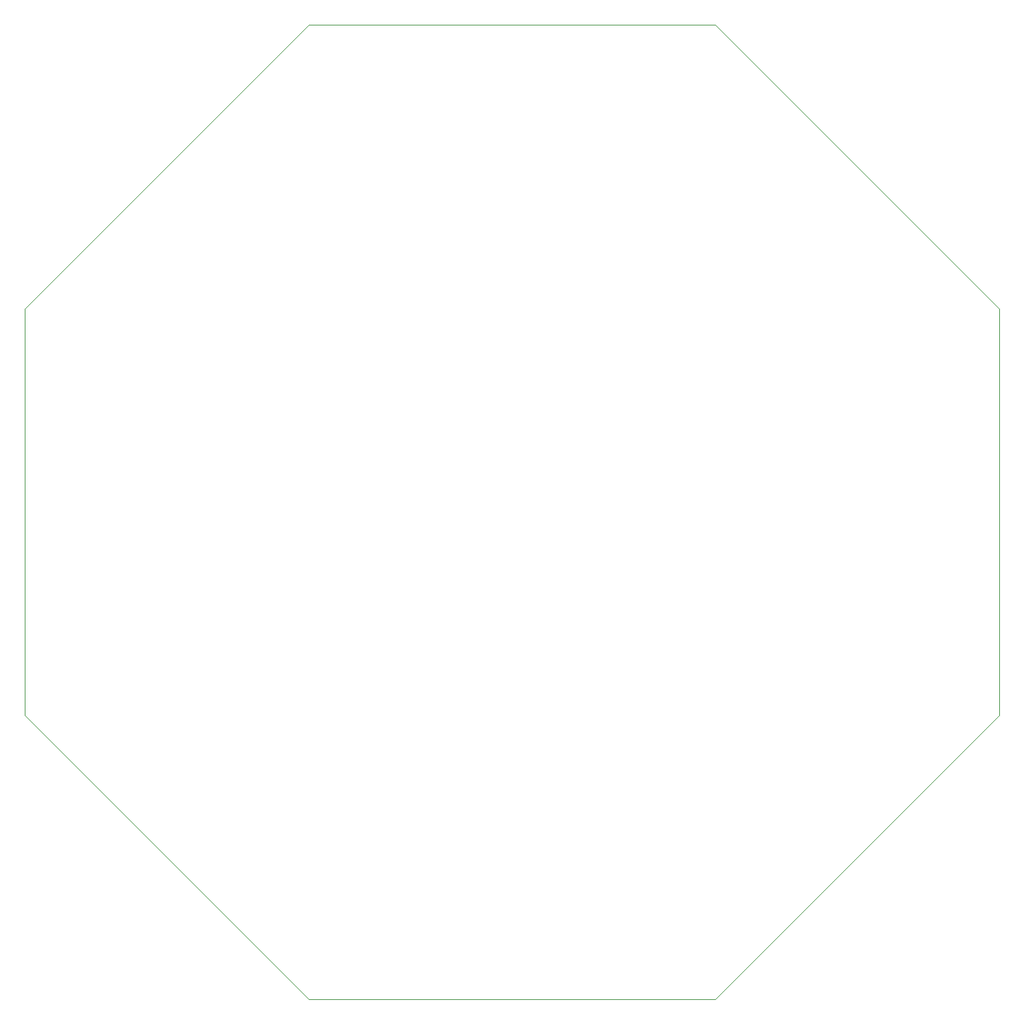
<source format=gbr>
%TF.GenerationSoftware,KiCad,Pcbnew,7.0.6*%
%TF.CreationDate,2023-08-11T13:22:00+02:00*%
%TF.ProjectId,MagLev,4d61674c-6576-42e6-9b69-6361645f7063,rev?*%
%TF.SameCoordinates,Original*%
%TF.FileFunction,Profile,NP*%
%FSLAX46Y46*%
G04 Gerber Fmt 4.6, Leading zero omitted, Abs format (unit mm)*
G04 Created by KiCad (PCBNEW 7.0.6) date 2023-08-11 13:22:00*
%MOMM*%
%LPD*%
G01*
G04 APERTURE LIST*
%TA.AperFunction,Profile*%
%ADD10C,0.100000*%
%TD*%
G04 APERTURE END LIST*
D10*
X212400000Y-76600000D02*
X212400000Y-126600000D01*
X177400000Y-161600000D01*
X127400000Y-161600000D01*
X92400000Y-126600000D01*
X92400000Y-76600000D01*
X127400000Y-41600000D01*
X177400000Y-41600000D01*
X212400000Y-76600000D01*
M02*

</source>
